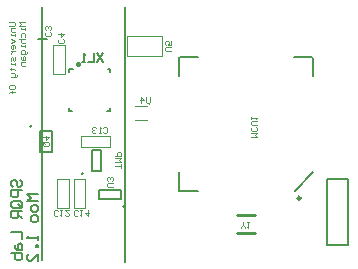
<source format=gbo>
%FSAX25Y25*%
%MOIN*%
G70*
G01*
G75*
G04 Layer_Color=32896*
%ADD10R,0.02362X0.08661*%
%ADD11R,0.03543X0.02756*%
%ADD12R,0.02756X0.03543*%
%ADD13R,0.03622X0.01575*%
%ADD14R,0.01575X0.01575*%
%ADD15R,0.05118X0.05906*%
%ADD16R,0.01575X0.01575*%
%ADD17R,0.03937X0.02756*%
%ADD18R,0.04331X0.03937*%
%ADD19R,0.03347X0.03937*%
%ADD20R,0.03347X0.03937*%
%ADD21R,0.00866X0.02756*%
%ADD22R,0.03937X0.04331*%
%ADD23R,0.03937X0.09055*%
%ADD24C,0.01000*%
%ADD25C,0.00800*%
%ADD26C,0.01200*%
%ADD27C,0.01500*%
%ADD28C,0.02400*%
%ADD29C,0.04000*%
%ADD30C,0.02000*%
%ADD31C,0.02500*%
%ADD32C,0.03543*%
%ADD33C,0.03000*%
%ADD34C,0.01400*%
%ADD35C,0.03000*%
%ADD36C,0.05500*%
%ADD37C,0.06299*%
%ADD38C,0.03937*%
%ADD39R,0.03937X0.03937*%
%ADD40R,0.03937X0.03937*%
%ADD41C,0.01500*%
%ADD42C,0.01300*%
%ADD43C,0.02000*%
%ADD44C,0.02400*%
%ADD45C,0.01400*%
%ADD46C,0.01800*%
G04:AMPARAMS|DCode=47|XSize=193.75mil|YSize=195.16mil|CornerRadius=0mil|HoleSize=0mil|Usage=FLASHONLY|Rotation=45.000|XOffset=0mil|YOffset=0mil|HoleType=Round|Shape=Rectangle|*
%AMROTATEDRECTD47*
4,1,4,0.00050,-0.13750,-0.13750,0.00050,-0.00050,0.13750,0.13750,-0.00050,0.00050,-0.13750,0.0*
%
%ADD47ROTATEDRECTD47*%

%ADD48R,0.05309X0.05255*%
%ADD49R,0.01575X0.03622*%
%ADD50R,0.03937X0.07087*%
%ADD51R,0.03622X0.02362*%
%ADD52R,0.02756X0.00866*%
%ADD53O,0.06102X0.00984*%
%ADD54O,0.00984X0.06102*%
%ADD55R,0.00984X0.06102*%
%ADD56R,0.34252X0.34252*%
%ADD57R,0.02362X0.04331*%
%ADD58R,0.03150X0.01181*%
%ADD59R,0.01181X0.03642*%
%ADD60C,0.00787*%
%ADD61C,0.00984*%
%ADD62C,0.00394*%
%ADD63C,0.00300*%
%ADD64C,0.00500*%
%ADD65C,0.00299*%
%ADD66R,0.03162X0.09461*%
%ADD67R,0.04343X0.03556*%
%ADD68R,0.03556X0.04343*%
%ADD69R,0.04422X0.02375*%
%ADD70R,0.02375X0.02375*%
%ADD71R,0.05918X0.06706*%
%ADD72R,0.02375X0.02375*%
%ADD73R,0.04737X0.03556*%
%ADD74R,0.05131X0.04737*%
%ADD75R,0.04147X0.04737*%
%ADD76R,0.04147X0.04737*%
%ADD77R,0.01666X0.03556*%
%ADD78R,0.04737X0.05131*%
%ADD79R,0.04737X0.09855*%
%ADD80C,0.03800*%
%ADD81C,0.06300*%
%ADD82C,0.07099*%
%ADD83C,0.04737*%
%ADD84R,0.04737X0.04737*%
%ADD85R,0.04737X0.04737*%
%ADD86C,0.02200*%
%ADD87R,0.02375X0.04422*%
%ADD88R,0.04737X0.07887*%
%ADD89R,0.04422X0.03162*%
%ADD90R,0.03556X0.01666*%
%ADD91O,0.06902X0.01784*%
%ADD92O,0.01784X0.06902*%
%ADD93R,0.01784X0.06902*%
%ADD94R,0.35052X0.35052*%
%ADD95R,0.03162X0.05131*%
%ADD96R,0.03950X0.01981*%
%ADD97R,0.01981X0.04442*%
%ADD98C,0.01575*%
D24*
X0273711Y0345000D02*
G03*
X0273711Y0345000I-0000031J0000000D01*
G01*
X0242631Y0371769D02*
G03*
X0242631Y0371769I-0000031J0000000D01*
G01*
X0311300Y0342100D02*
X0317300D01*
X0311300Y0336100D02*
X0317300D01*
D60*
X0245025Y0400793D02*
X0248175D01*
X0272593Y0347525D02*
Y0350675D01*
X0265507D02*
X0272593D01*
X0265506Y0347525D02*
X0272593D01*
X0265507D02*
Y0350675D01*
X0262925Y0364043D02*
X0266075D01*
X0262925Y0356957D02*
Y0364043D01*
X0266075Y0356957D02*
Y0364043D01*
X0262925Y0356957D02*
X0266075D01*
X0245900Y0363201D02*
X0249837D01*
Y0370288D01*
X0245900Y0363201D02*
Y0370288D01*
X0249837D01*
X0330900Y0350200D02*
X0336800Y0356400D01*
X0292200Y0350200D02*
Y0356564D01*
Y0350300D02*
X0298400D01*
X0292300Y0395000D02*
X0298559D01*
X0292000Y0388641D02*
Y0395000D01*
X0292300D02*
X0298559D01*
X0330300D02*
X0336400D01*
X0330300D02*
X0336400D01*
X0336600Y0388441D02*
Y0394700D01*
X0341357Y0332057D02*
X0348443D01*
X0341357D02*
Y0354143D01*
X0348443D01*
Y0332057D02*
Y0354143D01*
X0269228Y0376894D02*
Y0377878D01*
X0268146Y0376894D02*
X0269228D01*
X0255547Y0376894D02*
X0256532D01*
X0255547D02*
Y0377976D01*
X0269228Y0389787D02*
Y0390870D01*
X0268342D02*
X0269228D01*
X0255547Y0389886D02*
Y0390870D01*
X0256630D01*
D61*
X0332592Y0347808D02*
G03*
X0332592Y0347808I-0000492J0000000D01*
G01*
D62*
X0260169Y0355972D02*
G03*
X0260169Y0355972I-0000394J0000000D01*
G01*
X0282297Y0379097D02*
G03*
X0282297Y0379097I-0000197J0000000D01*
G01*
X0277432Y0373938D02*
X0281368D01*
X0277432Y0378662D02*
X0281368D01*
X0274594Y0401945D02*
X0286405D01*
Y0395055D02*
Y0401945D01*
X0274594Y0395055D02*
X0286405D01*
X0274594D02*
Y0401945D01*
D63*
X0254000Y0389250D02*
Y0398950D01*
X0250200Y0389250D02*
Y0398950D01*
Y0389250D02*
X0254000D01*
X0250200Y0398950D02*
X0254000D01*
X0257100Y0344650D02*
Y0354350D01*
X0260900Y0344650D02*
Y0354350D01*
X0257100D02*
X0260900D01*
X0257100Y0344650D02*
X0260900D01*
X0251500D02*
X0255300D01*
X0251500Y0354350D02*
X0255300D01*
Y0344650D02*
Y0354350D01*
X0251500Y0344650D02*
Y0354350D01*
X0259250Y0364900D02*
Y0368700D01*
X0268950Y0364900D02*
Y0368700D01*
X0259250Y0364900D02*
X0268950D01*
X0259250Y0368700D02*
X0268950D01*
X0248966Y0403233D02*
X0249299Y0402900D01*
Y0402233D01*
X0248966Y0401900D01*
X0247633D01*
X0247300Y0402233D01*
Y0402900D01*
X0247633Y0403233D01*
X0248966Y0403899D02*
X0249299Y0404233D01*
Y0404899D01*
X0248966Y0405232D01*
X0248633D01*
X0248300Y0404899D01*
Y0404566D01*
Y0404899D01*
X0247966Y0405232D01*
X0247633D01*
X0247300Y0404899D01*
Y0404233D01*
X0247633Y0403899D01*
X0289299Y0396900D02*
X0287633D01*
X0287300Y0397233D01*
Y0397900D01*
X0287633Y0398233D01*
X0289299D01*
Y0400232D02*
Y0398899D01*
X0288300D01*
X0288633Y0399566D01*
Y0399899D01*
X0288300Y0400232D01*
X0287633D01*
X0287300Y0399899D01*
Y0399233D01*
X0287633Y0398899D01*
X0272699Y0357900D02*
Y0359233D01*
Y0358566D01*
X0270700D01*
Y0359899D02*
X0272699D01*
X0272033Y0360566D01*
X0272699Y0361232D01*
X0270700D01*
Y0361899D02*
X0272699D01*
Y0362898D01*
X0272366Y0363232D01*
X0271700D01*
X0271366Y0362898D01*
Y0361899D01*
X0266867Y0371066D02*
X0267200Y0371399D01*
X0267867D01*
X0268200Y0371066D01*
Y0369733D01*
X0267867Y0369400D01*
X0267200D01*
X0266867Y0369733D01*
X0266201Y0369400D02*
X0265534D01*
X0265867D01*
Y0371399D01*
X0266201Y0371066D01*
X0264534D02*
X0264201Y0371399D01*
X0263535D01*
X0263202Y0371066D01*
Y0370733D01*
X0263535Y0370400D01*
X0263868D01*
X0263535D01*
X0263202Y0370066D01*
Y0369733D01*
X0263535Y0369400D01*
X0264201D01*
X0264534Y0369733D01*
X0251633Y0342134D02*
X0251300Y0341801D01*
X0250633D01*
X0250300Y0342134D01*
Y0343467D01*
X0250633Y0343800D01*
X0251300D01*
X0251633Y0343467D01*
X0252299Y0343800D02*
X0252966D01*
X0252633D01*
Y0341801D01*
X0252299Y0342134D01*
X0255298Y0343800D02*
X0253965D01*
X0255298Y0342467D01*
Y0342134D01*
X0254965Y0341801D01*
X0254299D01*
X0253965Y0342134D01*
X0253266Y0400933D02*
X0253599Y0400600D01*
Y0399933D01*
X0253266Y0399600D01*
X0251933D01*
X0251600Y0399933D01*
Y0400600D01*
X0251933Y0400933D01*
X0251600Y0402599D02*
X0253599D01*
X0252600Y0401599D01*
Y0402932D01*
X0282320Y0381574D02*
Y0379908D01*
X0281987Y0379575D01*
X0281321D01*
X0280988Y0379908D01*
Y0381574D01*
X0279321Y0379575D02*
Y0381574D01*
X0280321Y0380574D01*
X0278988D01*
X0270099Y0351600D02*
X0268433D01*
X0268100Y0351933D01*
Y0352600D01*
X0268433Y0352933D01*
X0270099D01*
X0269766Y0353599D02*
X0270099Y0353933D01*
Y0354599D01*
X0269766Y0354932D01*
X0269433D01*
X0269100Y0354599D01*
Y0354266D01*
Y0354599D01*
X0268766Y0354932D01*
X0268433D01*
X0268100Y0354599D01*
Y0353933D01*
X0268433Y0353599D01*
X0258533Y0342234D02*
X0258200Y0341901D01*
X0257533D01*
X0257200Y0342234D01*
Y0343567D01*
X0257533Y0343900D01*
X0258200D01*
X0258533Y0343567D01*
X0259199Y0343900D02*
X0259866D01*
X0259533D01*
Y0341901D01*
X0259199Y0342234D01*
X0261865Y0343900D02*
Y0341901D01*
X0260865Y0342900D01*
X0262198D01*
X0312900Y0337801D02*
Y0338134D01*
X0313566Y0338800D01*
X0314233Y0338134D01*
Y0337801D01*
X0313566Y0338800D02*
Y0339800D01*
X0314899D02*
X0315566D01*
X0315233D01*
Y0337801D01*
X0314899Y0338134D01*
X0316100Y0368200D02*
X0318099D01*
X0317433Y0368866D01*
X0318099Y0369533D01*
X0316100D01*
X0317766Y0371532D02*
X0318099Y0371199D01*
Y0370533D01*
X0317766Y0370199D01*
X0316433D01*
X0316100Y0370533D01*
Y0371199D01*
X0316433Y0371532D01*
X0318099Y0372199D02*
X0316433D01*
X0316100Y0372532D01*
Y0373198D01*
X0316433Y0373532D01*
X0318099D01*
X0316100Y0374198D02*
Y0374865D01*
Y0374531D01*
X0318099D01*
X0317766Y0374198D01*
X0247033Y0366433D02*
X0248366D01*
X0248699Y0366100D01*
Y0365433D01*
X0248366Y0365100D01*
X0247033D01*
X0246700Y0365433D01*
Y0366100D01*
X0247366Y0365766D02*
X0246700Y0366433D01*
Y0366100D02*
X0247033Y0366433D01*
X0246700Y0368099D02*
X0248699D01*
X0247700Y0367099D01*
Y0368432D01*
X0235401Y0406700D02*
X0237067D01*
X0237400Y0406367D01*
Y0405700D01*
X0237067Y0405367D01*
X0235401D01*
X0237400Y0404701D02*
X0236067D01*
Y0403701D01*
X0236400Y0403368D01*
X0237400D01*
Y0402701D02*
Y0402035D01*
Y0402368D01*
X0236067D01*
Y0402701D01*
Y0401035D02*
X0237400Y0400369D01*
X0236067Y0399702D01*
X0237400Y0398036D02*
Y0398703D01*
X0237067Y0399036D01*
X0236400D01*
X0236067Y0398703D01*
Y0398036D01*
X0236400Y0397703D01*
X0236734D01*
Y0399036D01*
X0236067Y0397037D02*
X0237400D01*
X0236734D01*
X0236400Y0396703D01*
X0236067Y0396370D01*
Y0396037D01*
X0237400Y0395037D02*
Y0394037D01*
X0237067Y0393704D01*
X0236734Y0394037D01*
Y0394704D01*
X0236400Y0395037D01*
X0236067Y0394704D01*
Y0393704D01*
X0237400Y0393038D02*
Y0392371D01*
Y0392705D01*
X0236067D01*
Y0393038D01*
X0235734Y0391038D02*
X0236067D01*
Y0391372D01*
Y0390705D01*
Y0391038D01*
X0237067D01*
X0237400Y0390705D01*
X0236067Y0389705D02*
X0237067D01*
X0237400Y0389372D01*
Y0388373D01*
X0237733D01*
X0238066Y0388706D01*
Y0389039D01*
X0237400Y0388373D02*
X0236067D01*
X0235401Y0384707D02*
Y0385374D01*
X0235734Y0385707D01*
X0237067D01*
X0237400Y0385374D01*
Y0384707D01*
X0237067Y0384374D01*
X0235734D01*
X0235401Y0384707D01*
X0237400Y0383374D02*
X0235734D01*
X0236400D01*
Y0383707D01*
Y0383041D01*
Y0383374D01*
X0235734D01*
X0235401Y0383041D01*
X0240800Y0406700D02*
X0238801D01*
X0239467Y0406034D01*
X0238801Y0405367D01*
X0240800D01*
Y0404701D02*
Y0404034D01*
Y0404367D01*
X0239467D01*
Y0404701D01*
Y0401702D02*
Y0402701D01*
X0239800Y0403034D01*
X0240467D01*
X0240800Y0402701D01*
Y0401702D01*
X0238801Y0401035D02*
X0240800D01*
X0239800D01*
X0239467Y0400702D01*
Y0400035D01*
X0239800Y0399702D01*
X0240800D01*
Y0399036D02*
Y0398369D01*
Y0398703D01*
X0239467D01*
Y0399036D01*
X0241466Y0396703D02*
Y0396370D01*
X0241133Y0396037D01*
X0239467D01*
Y0397037D01*
X0239800Y0397370D01*
X0240467D01*
X0240800Y0397037D01*
Y0396037D01*
X0239467Y0395037D02*
Y0394371D01*
X0239800Y0394037D01*
X0240800D01*
Y0395037D01*
X0240467Y0395370D01*
X0240134Y0395037D01*
Y0394037D01*
X0240800Y0393371D02*
X0239467D01*
Y0392371D01*
X0239800Y0392038D01*
X0240800D01*
D64*
X0274000Y0326600D02*
Y0411500D01*
X0246500Y0327100D02*
Y0411400D01*
X0266900Y0396099D02*
X0264901Y0393100D01*
Y0396099D02*
X0266900Y0393100D01*
X0263901Y0396099D02*
Y0393100D01*
X0261902D01*
X0260902D02*
X0259902D01*
X0260402D01*
Y0396099D01*
X0260902Y0395599D01*
X0245000Y0349100D02*
X0241501D01*
X0242667Y0347934D01*
X0241501Y0346767D01*
X0245000D01*
Y0345018D02*
Y0343852D01*
X0244417Y0343269D01*
X0243251D01*
X0242667Y0343852D01*
Y0345018D01*
X0243251Y0345601D01*
X0244417D01*
X0245000Y0345018D01*
Y0341519D02*
Y0340353D01*
X0244417Y0339770D01*
X0243251D01*
X0242667Y0340353D01*
Y0341519D01*
X0243251Y0342102D01*
X0244417D01*
X0245000Y0341519D01*
Y0335104D02*
Y0333938D01*
Y0334521D01*
X0241501D01*
X0242084Y0335104D01*
X0245000Y0332189D02*
X0244417D01*
Y0331606D01*
X0245000D01*
Y0332189D01*
Y0326940D02*
Y0329273D01*
X0242667Y0326940D01*
X0242084D01*
X0241501Y0327524D01*
Y0328690D01*
X0242084Y0329273D01*
X0236784Y0351567D02*
X0236201Y0352151D01*
Y0353317D01*
X0236784Y0353900D01*
X0237367D01*
X0237951Y0353317D01*
Y0352151D01*
X0238534Y0351567D01*
X0239117D01*
X0239700Y0352151D01*
Y0353317D01*
X0239117Y0353900D01*
X0239700Y0350401D02*
X0236201D01*
Y0348652D01*
X0236784Y0348069D01*
X0237951D01*
X0238534Y0348652D01*
Y0350401D01*
X0239117Y0344570D02*
X0236784D01*
X0236201Y0345153D01*
Y0346319D01*
X0236784Y0346902D01*
X0239117D01*
X0239700Y0346319D01*
Y0345153D01*
X0238534Y0345736D02*
X0239700Y0344570D01*
Y0345153D02*
X0239117Y0344570D01*
X0239700Y0343403D02*
X0236201D01*
Y0341654D01*
X0236784Y0341071D01*
X0237951D01*
X0238534Y0341654D01*
Y0343403D01*
Y0342237D02*
X0239700Y0341071D01*
X0236201Y0336406D02*
X0239700D01*
Y0334073D01*
X0237367Y0332324D02*
Y0331157D01*
X0237951Y0330574D01*
X0239700D01*
Y0332324D01*
X0239117Y0332907D01*
X0238534Y0332324D01*
Y0330574D01*
X0236201Y0329408D02*
X0239700D01*
Y0327659D01*
X0239117Y0327075D01*
X0238534D01*
X0237951D01*
X0237367Y0327659D01*
Y0329408D01*
D98*
X0258500Y0392642D02*
X0258500D01*
M02*

</source>
